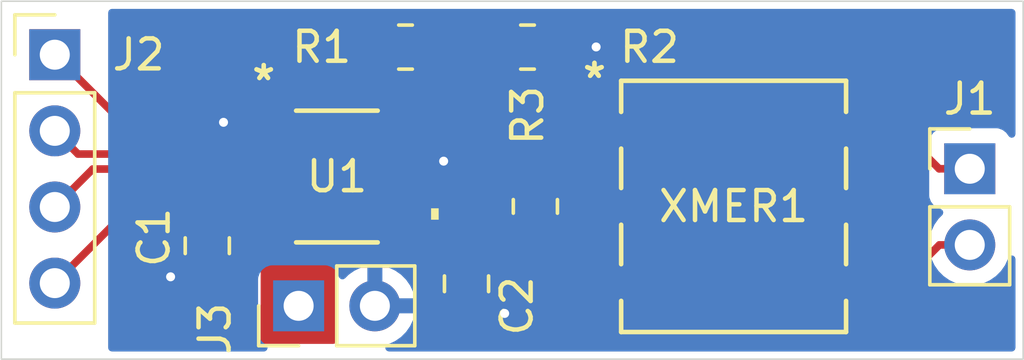
<source format=kicad_pcb>
(kicad_pcb (version 20221018) (generator pcbnew)
  (layers (0 "F.Cu" signal) (31 "B.Cu" signal) (34 "B.Paste" user) (35 "F.Paste" user) (36 "B.SilkS" user "B.Silkscreen") (37 "F.SilkS" user "F.Silkscreen") (38 "B.Mask" user) (39 "F.Mask" user) (44 "Edge.Cuts" user))
  (net 0 "")
  (net 1 "+5V")
  (net 2 "GNDREF")
  (net 3 "Net-(J1-Pin_1)")
  (net 4 "Net-(J1-Pin_2)")
  (net 5 "/MOSI")
  (net 6 "/MISO")
  (net 7 "/SCK")
  (net 8 "/!CS")
  (net 9 "Net-(U1-IBIAS)")
  (net 10 "Net-(U1-ICMP)")
  (net 11 "/IP")
  (net 12 "/IM")
  (footprint "Connector_PinHeader_2.54mm:PinHeader_1x02_P2.54mm_Vertical" (layer "F.Cu") (at 99.055 48.26 90)
    (fp_text reference "J3" (at -0.762 -2.789 90) (layer "F.SilkS"))
    (fp_text value "Conn_01x02_Pin" hide)
    (fp_line (start -1.33 -1.33) (end 0 -1.33) (stroke (width 0.12)) (layer "F.SilkS"))
    (fp_line (start -1.33 0) (end -1.33 -1.33) (stroke (width 0.12)) (layer "F.SilkS"))
    (fp_line (start -1.33 1.27) (end -1.33 3.87) (stroke (width 0.12)) (layer "F.SilkS"))
    (fp_line (start -1.33 1.27) (end 1.33 1.27) (stroke (width 0.12)) (layer "F.SilkS"))
    (fp_line (start -1.33 3.87) (end 1.33 3.87) (stroke (width 0.12)) (layer "F.SilkS"))
    (fp_line (start 1.33 1.27) (end 1.33 3.87) (stroke (width 0.12)) (layer "F.SilkS"))
    (pad "1" thru_hole rect (at 0 0 90) (size 1.7 1.7) (drill 1) (layers "*.Cu" "*.Mask") (net 1 "+5V"))
    (pad "2" thru_hole oval (at 0 2.54 90) (size 1.7 1.7) (drill 1) (layers "*.Cu" "*.Mask") (net 2 "GNDREF"))
  )
  (footprint "Connector_PinHeader_2.54mm:PinHeader_1x04_P2.54mm_Vertical" (layer "F.Cu") (at 90.932 39.883)
    (fp_text reference "J2" (at 2.794 0) (layer "F.SilkS"))
    (fp_text value "Conn_01x04_Pin" hide)
    (fp_line (start -1.33 -1.33) (end 0 -1.33) (stroke (width 0.12)) (layer "F.SilkS"))
    (fp_line (start -1.33 0) (end -1.33 -1.33) (stroke (width 0.12)) (layer "F.SilkS"))
    (fp_line (start -1.33 1.27) (end -1.33 8.95) (stroke (width 0.12)) (layer "F.SilkS"))
    (fp_line (start -1.33 1.27) (end 1.33 1.27) (stroke (width 0.12)) (layer "F.SilkS"))
    (fp_line (start -1.33 8.95) (end 1.33 8.95) (stroke (width 0.12)) (layer "F.SilkS"))
    (fp_line (start 1.33 1.27) (end 1.33 8.95) (stroke (width 0.12)) (layer "F.SilkS"))
    (pad "1" thru_hole rect (at 0 0) (size 1.7 1.7) (drill 1) (layers "*.Cu" "*.Mask") (net 5 "/MOSI"))
    (pad "2" thru_hole oval (at 0 2.54) (size 1.7 1.7) (drill 1) (layers "*.Cu" "*.Mask") (net 6 "/MISO"))
    (pad "3" thru_hole oval (at 0 5.08) (size 1.7 1.7) (drill 1) (layers "*.Cu" "*.Mask") (net 7 "/SCK"))
    (pad "4" thru_hole oval (at 0 7.62) (size 1.7 1.7) (drill 1) (layers "*.Cu" "*.Mask") (net 8 "/!CS"))
  )
  (footprint "Connector_PinHeader_2.54mm:PinHeader_1x02_P2.54mm_Vertical" (layer "F.Cu") (at 121.412 43.688)
    (fp_text reference "J1" (at 0 -2.33) (layer "F.SilkS"))
    (fp_text value "Conn_01x02_Pin" hide)
    (fp_line (start -1.33 -1.33) (end 0 -1.33) (stroke (width 0.12)) (layer "F.SilkS"))
    (fp_line (start -1.33 0) (end -1.33 -1.33) (stroke (width 0.12)) (layer "F.SilkS"))
    (fp_line (start -1.33 1.27) (end -1.33 3.87) (stroke (width 0.12)) (layer "F.SilkS"))
    (fp_line (start -1.33 1.27) (end 1.33 1.27) (stroke (width 0.12)) (layer "F.SilkS"))
    (fp_line (start -1.33 3.87) (end 1.33 3.87) (stroke (width 0.12)) (layer "F.SilkS"))
    (fp_line (start 1.33 1.27) (end 1.33 3.87) (stroke (width 0.12)) (layer "F.SilkS"))
    (pad "1" thru_hole rect (at 0 0) (size 1.7 1.7) (drill 1) (layers "*.Cu" "*.Mask") (net 3 "Net-(J1-Pin_1)"))
    (pad "2" thru_hole oval (at 0 2.54) (size 1.7 1.7) (drill 1) (layers "*.Cu" "*.Mask") (net 4 "Net-(J1-Pin_2)"))
  )
  (footprint "Resistor_SMD:R_0805_2012Metric_Pad1.20x1.40mm_HandSolder" (layer "F.Cu") (at 106.68 39.629)
    (fp_text reference "R2" (at 4.064 0) (layer "F.SilkS"))
    (fp_text value "1.21K" hide)
    (fp_line (start -0.227064 -0.735) (end 0.227064 -0.735) (stroke (width 0.12)) (layer "F.SilkS"))
    (fp_line (start -0.227064 0.735) (end 0.227064 0.735) (stroke (width 0.12)) (layer "F.SilkS"))
    (pad "1" smd roundrect (at -1 0) (size 1.2 1.4) (layers "F.Cu" "F.Paste" "F.Mask") (roundrect_rratio 0.2083333333) (net 10 "Net-(U1-ICMP)"))
    (pad "2" smd roundrect (at 1 0) (size 1.2 1.4) (layers "F.Cu" "F.Paste" "F.Mask") (roundrect_rratio 0.2083333333) (net 2 "GNDREF"))
  )
  (footprint "footprints:HM2101NLT_PUL" (layer "F.Cu") (at 113.5455 44.943)
    (fp_text reference "XMER1" (at 0 0 unlocked) (layer "F.SilkS"))
    (fp_text value "HM2101NLT" hide)
    (fp_text user "*" (at -4.6355 -4.2418) (layer "F.SilkS"))
    (fp_text user "*" (at -4.6355 -4.2418 unlocked) (layer "F.SilkS"))
    (fp_line (start -3.7465 -4.191) (end -3.7465 -3.15214) (stroke (width 0.1524)) (layer "F.SilkS"))
    (fp_line (start -3.7465 -1.92786) (end -3.7465 -0.61214) (stroke (width 0.1524)) (layer "F.SilkS"))
    (fp_line (start -3.7465 0.61214) (end -3.7465 1.92786) (stroke (width 0.1524)) (layer "F.SilkS"))
    (fp_line (start -3.7465 3.15214) (end -3.7465 4.191) (stroke (width 0.1524)) (layer "F.SilkS"))
    (fp_line (start -3.7465 4.191) (end 3.7465 4.191) (stroke (width 0.1524)) (layer "F.SilkS"))
    (fp_line (start 3.7465 -4.191) (end -3.7465 -4.191) (stroke (width 0.1524)) (layer "F.SilkS"))
    (fp_line (start 3.7465 -3.15214) (end 3.7465 -4.191) (stroke (width 0.1524)) (layer "F.SilkS"))
    (fp_line (start 3.7465 -0.61214) (end 3.7465 -1.92786) (stroke (width 0.1524)) (layer "F.SilkS"))
    (fp_line (start 3.7465 1.92786) (end 3.7465 0.61214) (stroke (width 0.1524)) (layer "F.SilkS"))
    (fp_line (start 3.7465 4.191) (end 3.7465 3.15214) (stroke (width 0.1524)) (layer "F.SilkS"))
    (pad "1" smd rect (at -4.3815 -2.54) (size 1.3462 0.5588) (layers "F.Cu" "F.Paste" "F.Mask") (net 11 "/IP"))
    (pad "2" smd rect (at -4.3815 0) (size 1.3462 0.5588) (layers "F.Cu" "F.Paste" "F.Mask"))
    (pad "3" smd rect (at -4.3815 2.54) (size 1.3462 0.5588) (layers "F.Cu" "F.Paste" "F.Mask") (net 12 "/IM"))
    (pad "4" smd rect (at 4.3815 2.54) (size 1.3462 0.5588) (layers "F.Cu" "F.Paste" "F.Mask") (net 4 "Net-(J1-Pin_2)"))
    (pad "5" smd rect (at 4.3815 0) (size 1.3462 0.5588) (layers "F.Cu" "F.Paste" "F.Mask"))
    (pad "6" smd rect (at 4.3815 -2.54) (size 1.3462 0.5588) (layers "F.Cu" "F.Paste" "F.Mask") (net 3 "Net-(J1-Pin_1)"))
  )
  (footprint "Capacitor_SMD:C_0805_2012Metric_Pad1.18x1.45mm_HandSolder" (layer "F.Cu") (at 104.648 47.5245 -90)
    (fp_text reference "C2" (at 0.7405 -1.68 90) (layer "F.SilkS"))
    (fp_text value "100nF" hide)
    (fp_line (start -0.261252 -0.735) (end 0.261252 -0.735) (stroke (width 0.12)) (layer "F.SilkS"))
    (fp_line (start -0.261252 0.735) (end 0.261252 0.735) (stroke (width 0.12)) (layer "F.SilkS"))
    (pad "1" smd roundrect (at -1.0375 0 270) (size 1.175 1.45) (layers "F.Cu" "F.Paste" "F.Mask") (roundrect_rratio 0.2127659574) (net 1 "+5V"))
    (pad "2" smd roundrect (at 1.0375 0 270) (size 1.175 1.45) (layers "F.Cu" "F.Paste" "F.Mask") (roundrect_rratio 0.2127659574) (net 2 "GNDREF"))
  )
  (footprint "Resistor_SMD:R_0805_2012Metric_Pad1.20x1.40mm_HandSolder" (layer "F.Cu") (at 102.616 39.629)
    (fp_text reference "R1" (at -2.794 0) (layer "F.SilkS"))
    (fp_text value "806" hide)
    (fp_line (start -0.227064 -0.735) (end 0.227064 -0.735) (stroke (width 0.12)) (layer "F.SilkS"))
    (fp_line (start -0.227064 0.735) (end 0.227064 0.735) (stroke (width 0.12)) (layer "F.SilkS"))
    (pad "1" smd roundrect (at -1 0) (size 1.2 1.4) (layers "F.Cu" "F.Paste" "F.Mask") (roundrect_rratio 0.2083333333) (net 9 "Net-(U1-IBIAS)"))
    (pad "2" smd roundrect (at 1 0) (size 1.2 1.4) (layers "F.Cu" "F.Paste" "F.Mask") (roundrect_rratio 0.2083333333) (net 10 "Net-(U1-ICMP)"))
  )
  (footprint "Capacitor_SMD:C_0805_2012Metric_Pad1.18x1.45mm_HandSolder" (layer "F.Cu") (at 96.012 46.2545 -90)
    (fp_text reference "C1" (at -0.2755 1.778 90) (layer "F.SilkS"))
    (fp_text value "100nF" hide)
    (fp_line (start -0.261252 -0.735) (end 0.261252 -0.735) (stroke (width 0.12)) (layer "F.SilkS"))
    (fp_line (start -0.261252 0.735) (end 0.261252 0.735) (stroke (width 0.12)) (layer "F.SilkS"))
    (pad "1" smd roundrect (at -1.0375 0 270) (size 1.175 1.45) (layers "F.Cu" "F.Paste" "F.Mask") (roundrect_rratio 0.2127659574) (net 1 "+5V"))
    (pad "2" smd roundrect (at 1.0375 0 270) (size 1.175 1.45) (layers "F.Cu" "F.Paste" "F.Mask") (roundrect_rratio 0.2127659574) (net 2 "GNDREF"))
  )
  (footprint "footprints:MS_05-08-1669_ADI" (layer "F.Cu") (at 100.33 43.947)
    (fp_text reference "U1" (at 0 0 unlocked) (layer "F.SilkS"))
    (fp_text value "LTC6820HMS-TRPBF" hide)
    (fp_text user "*" (at -2.4384 -3.1724) (layer "F.SilkS"))
    (fp_text user "*" (at -2.4384 -3.1724 unlocked) (layer "F.SilkS"))
    (fp_line (start -1.35854 2.1971) (end 1.358534 2.1971) (stroke (width 0.1524)) (layer "F.SilkS"))
    (fp_line (start 1.35854 -2.1971) (end -1.358534 -2.1971) (stroke (width 0.1524)) (layer "F.SilkS"))
    (fp_poly (pts (xy 3.3909 1.0595) (xy 3.3909 1.4405) (xy 3.1369 1.4405) (xy 3.1369 1.0595)) (fill solid) (layer "F.SilkS"))
    (pad "1" smd rect (at -2.1844 -1.750002) (size 1.397 0.2794) (layers "F.Cu" "F.Paste" "F.Mask") (net 2 "GNDREF"))
    (pad "2" smd rect (at -2.1844 -1.25) (size 1.397 0.2794) (layers "F.Cu" "F.Paste" "F.Mask") (net 5 "/MOSI"))
    (pad "3" smd rect (at -2.1844 -0.750001) (size 1.397 0.2794) (layers "F.Cu" "F.Paste" "F.Mask") (net 6 "/MISO"))
    (pad "4" smd rect (at -2.1844 -0.25) (size 1.397 0.2794) (layers "F.Cu" "F.Paste" "F.Mask") (net 7 "/SCK"))
    (pad "5" smd rect (at -2.1844 0.25) (size 1.397 0.2794) (layers "F.Cu" "F.Paste" "F.Mask") (net 8 "/!CS"))
    (pad "6" smd rect (at -2.1844 0.749998) (size 1.397 0.2794) (layers "F.Cu" "F.Paste" "F.Mask") (net 1 "+5V"))
    (pad "7" smd rect (at -2.1844 1.25) (size 1.397 0.2794) (layers "F.Cu" "F.Paste" "F.Mask") (net 1 "+5V"))
    (pad "8" smd rect (at -2.1844 1.749999) (size 1.397 0.2794) (layers "F.Cu" "F.Paste" "F.Mask") (net 1 "+5V"))
    (pad "9" smd rect (at 2.1844 1.750002) (size 1.397 0.2794) (layers "F.Cu" "F.Paste" "F.Mask") (net 1 "+5V"))
    (pad "10" smd rect (at 2.1844 1.25) (size 1.397 0.2794) (layers "F.Cu" "F.Paste" "F.Mask") (net 12 "/IM"))
    (pad "11" smd rect (at 2.1844 0.750001) (size 1.397 0.2794) (layers "F.Cu" "F.Paste" "F.Mask") (net 11 "/IP"))
    (pad "12" smd rect (at 2.1844 0.25) (size 1.397 0.2794) (layers "F.Cu" "F.Paste" "F.Mask") (net 1 "+5V"))
    (pad "13" smd rect (at 2.1844 -0.25) (size 1.397 0.2794) (layers "F.Cu" "F.Paste" "F.Mask") (net 2 "GNDREF"))
    (pad "14" smd rect (at 2.1844 -0.749998) (size 1.397 0.2794) (layers "F.Cu" "F.Paste" "F.Mask") (net 2 "GNDREF"))
    (pad "15" smd rect (at 2.1844 -1.25) (size 1.397 0.2794) (layers "F.Cu" "F.Paste" "F.Mask") (net 10 "Net-(U1-ICMP)"))
    (pad "16" smd rect (at 2.1844 -1.749999) (size 1.397 0.2794) (layers "F.Cu" "F.Paste" "F.Mask") (net 9 "Net-(U1-IBIAS)"))
  )
  (footprint "Resistor_SMD:R_0805_2012Metric_Pad1.20x1.40mm_HandSolder" (layer "F.Cu") (at 106.9415 44.943 -90)
    (fp_text reference "R3" (at -3.033 0.2615 90) (layer "F.SilkS"))
    (fp_text value "120" hide)
    (fp_line (start -0.227064 -0.735) (end 0.227064 -0.735) (stroke (width 0.12)) (layer "F.SilkS"))
    (fp_line (start -0.227064 0.735) (end 0.227064 0.735) (stroke (width 0.12)) (layer "F.SilkS"))
    (pad "1" smd roundrect (at -1 0 270) (size 1.2 1.4) (layers "F.Cu" "F.Paste" "F.Mask") (roundrect_rratio 0.2083333333) (net 11 "/IP"))
    (pad "2" smd roundrect (at 1 0 270) (size 1.2 1.4) (layers "F.Cu" "F.Paste" "F.Mask") (roundrect_rratio 0.2083333333) (net 12 "/IM"))
  )
  (gr_rect (start 89.154 38.1) (end 123.19 50.038) (stroke (width 0.05)) (fill none) (layer "Edge.Cuts"))
  (segment (start 99.055 47.757) (end 98.552 47.757) (width 0.254) (layer "F.Cu") (net 1))
  (segment (start 96.52 44.709) (end 96.52 44.704) (width 0.254) (layer "F.Cu") (net 1))
  (segment (start 96.012 45.217) (end 96.52 44.709) (width 0.254) (layer "F.Cu") (net 1))
  (segment (start 96.52 44.704) (end 96.527002 44.696998) (width 0.254) (layer "F.Cu") (net 1))
  (segment (start 96.52 42.164) (end 96.552998 42.196998) (width 0.254) (layer "F.Cu") (net 2))
  (segment (start 108.966 39.629) (end 108.966 39.624) (width 0.254) (layer "F.Cu") (net 2))
  (segment (start 103.628 43.697) (end 103.886 43.439) (width 0.254) (layer "F.Cu") (net 2))
  (segment (start 105.918 48.514) (end 105.966 48.562) (width 0.254) (layer "F.Cu") (net 2))
  (segment (start 94.79 47.292) (end 94.742 47.244) (width 0.254) (layer "F.Cu") (net 2))
  (segment (start 103.886 43.434) (end 103.886 43.439) (width 0.254) (layer "F.Cu") (net 2))
  (segment (start 102.5144 43.197002) (end 103.644002 43.197002) (width 0.254) (layer "F.Cu") (net 2))
  (segment (start 105.966 48.562) (end 106.124 48.562) (width 0.254) (layer "F.Cu") (net 2))
  (segment (start 104.648 48.562) (end 105.87 48.562) (width 0.254) (layer "F.Cu") (net 2))
  (segment (start 96.552998 42.196998) (end 96.552998 42.1385) (width 0.254) (layer "F.Cu") (net 2))
  (segment (start 98.1456 42.196998) (end 96.552998 42.196998) (width 0.254) (layer "F.Cu") (net 2))
  (segment (start 102.5144 43.697) (end 103.628 43.697) (width 0.254) (layer "F.Cu") (net 2))
  (segment (start 105.87 48.562) (end 105.918 48.514) (width 0.254) (layer "F.Cu") (net 2))
  (segment (start 107.68 39.629) (end 108.966 39.629) (width 0.254) (layer "F.Cu") (net 2))
  (segment (start 103.644002 43.197002) (end 103.881 43.434) (width 0.254) (layer "F.Cu") (net 2))
  (segment (start 103.881 43.434) (end 103.886 43.434) (width 0.254) (layer "F.Cu") (net 2))
  (segment (start 106.124 48.562) (end 106.172 48.514) (width 0.254) (layer "F.Cu") (net 2))
  (segment (start 96.012 47.292) (end 94.79 47.292) (width 0.254) (layer "F.Cu") (net 2))
  (segment (start 103.886 43.439) (end 103.886 43.439) (width 0.254) (layer "F.Cu") (net 2))
  (via (at 103.886 43.434) (size 0.61) (drill 0.3) (layers "F.Cu" "B.Cu") (net 2))
  (via (at 108.966 39.624) (size 0.61) (drill 0.3) (layers "F.Cu" "B.Cu") (net 2))
  (via (at 96.552998 42.1385) (size 0.61) (drill 0.3) (layers "F.Cu" "B.Cu") (net 2))
  (via (at 94.79 47.292) (size 0.61) (drill 0.3) (layers "F.Cu" "B.Cu") (net 2))
  (via (at 105.918 48.514) (size 0.61) (drill 0.3) (layers "F.Cu" "B.Cu") (net 2))
  (segment (start 119.106 42.403) (end 117.927 42.403) (width 0.254) (layer "F.Cu") (net 3))
  (segment (start 120.391 43.688) (end 119.106 42.403) (width 0.254) (layer "F.Cu") (net 3))
  (segment (start 121.412 43.688) (end 120.391 43.688) (width 0.254) (layer "F.Cu") (net 3))
  (segment (start 119.146 47.483) (end 117.927 47.483) (width 0.254) (layer "F.Cu") (net 4))
  (segment (start 120.401 46.228) (end 119.146 47.483) (width 0.254) (layer "F.Cu") (net 4))
  (segment (start 121.412 46.228) (end 120.401 46.228) (width 0.254) (layer "F.Cu") (net 4))
  (segment (start 93.746 42.697) (end 90.932 39.883) (width 0.254) (layer "F.Cu") (net 5))
  (segment (start 98.1456 42.697) (end 93.746 42.697) (width 0.254) (layer "F.Cu") (net 5))
  (segment (start 91.705999 43.196999) (end 90.932 42.423) (width 0.254) (layer "F.Cu") (net 6))
  (segment (start 98.1456 43.196999) (end 91.705999 43.196999) (width 0.254) (layer "F.Cu") (net 6))
  (segment (start 92.198 43.697) (end 90.932 44.963) (width 0.254) (layer "F.Cu") (net 7))
  (segment (start 98.1456 43.697) (end 92.198 43.697) (width 0.254) (layer "F.Cu") (net 7))
  (segment (start 98.1456 44.197) (end 94.238 44.197) (width 0.254) (layer "F.Cu") (net 8))
  (segment (start 94.238 44.197) (end 90.932 47.503) (width 0.254) (layer "F.Cu") (net 8))
  (segment (start 102.5144 40.5274) (end 101.616 39.629) (width 0.254) (layer "F.Cu") (net 9))
  (segment (start 102.5144 42.197001) (end 102.5144 40.5274) (width 0.254) (layer "F.Cu") (net 9))
  (segment (start 105.68 40.4839) (end 105.68 39.629) (width 0.254) (layer "F.Cu") (net 10))
  (segment (start 102.5144 42.697) (end 103.4669 42.697) (width 0.254) (layer "F.Cu") (net 10))
  (segment (start 103.4669 42.697) (end 105.68 40.4839) (width 0.254) (layer "F.Cu") (net 10))
  (segment (start 105.68 39.629) (end 103.616 39.629) (width 0.254) (layer "F.Cu") (net 10))
  (segment (start 108.4815 42.403) (end 106.9415 43.943) (width 0.254) (layer "F.Cu") (net 11))
  (segment (start 106.187499 44.697001) (end 106.9415 43.943) (width 0.254) (layer "F.Cu") (net 11))
  (segment (start 102.5144 44.697001) (end 106.187499 44.697001) (width 0.254) (layer "F.Cu") (net 11))
  (segment (start 109.164 42.403) (end 108.4815 42.403) (width 0.254) (layer "F.Cu") (net 11))
  (segment (start 109.164 47.483) (end 108.4815 47.483) (width 0.254) (layer "F.Cu") (net 12))
  (segment (start 106.1955 45.197) (end 106.9415 45.943) (width 0.254) (layer "F.Cu") (net 12))
  (segment (start 102.5144 45.197) (end 106.1955 45.197) (width 0.254) (layer "F.Cu") (net 12))
  (segment (start 108.4815 47.483) (end 106.9415 45.943) (width 0.254) (layer "F.Cu") (net 12))
  (zone (net 1) (net_name "+5V") (layer "F.Cu") (priority 1) (connect_pads yes (clearance 0.2)) (min_thickness 0.25) (fill yes (thermal_gap 0.5) (thermal_bridge_width 0.5))
    (polygon (pts (xy 95.25 44.45) (xy 101.6 44.45) (xy 101.6 45.466) (xy 105.664 45.466) (xy 105.664 47.498) (xy 103.378 47.498) (xy 103.378 46.99) (xy 100.33 46.99) (xy 100.33 49.53) (xy 97.79 49.53) (xy 97.79 46.736) (xy 97.028 46.228) (xy 95.25 46.228)))
  )
  (zone (net 1) (net_name "+5V") (layer "F.Cu") (priority 2) (connect_pads yes (clearance 0.2)) (min_thickness 0.25) (fill yes (thermal_gap 0.5) (thermal_bridge_width 0.5))
    (polygon (pts (xy 99.822 44.45) (xy 99.822 43.942) (xy 103.378 43.942) (xy 103.378 44.45) (xy 101.6 44.45)))
  )
  (zone (net 2) (net_name "GNDREF") (layer "B.Cu") (connect_pads (clearance 0.5)) (min_thickness 0.25) (fill yes (thermal_gap 0.5) (thermal_bridge_width 0.5))
    (polygon (pts (xy 92.71 38.354) (xy 122.936 38.354) (xy 122.936 49.784) (xy 92.71 49.784)))
  )
)
</source>
